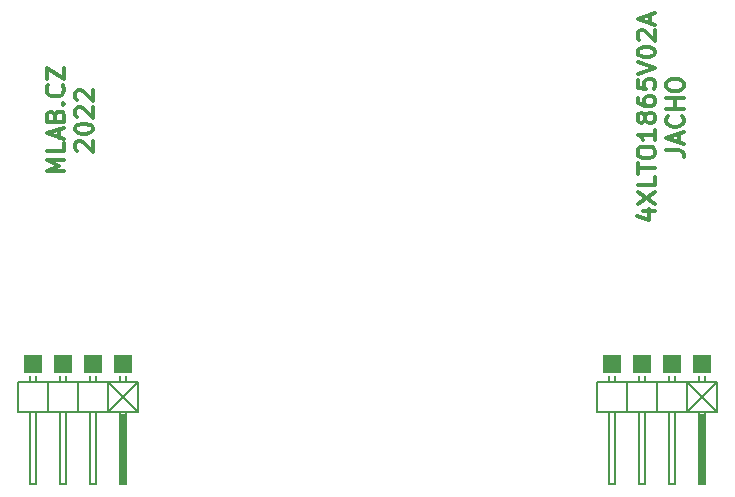
<source format=gbr>
%TF.GenerationSoftware,KiCad,Pcbnew,6.0.4-6f826c9f35~116~ubuntu20.04.1*%
%TF.CreationDate,2022-07-25T08:52:18+00:00*%
%TF.ProjectId,4XLTO1865V02A,34584c54-4f31-4383-9635-563032412e6b,rev?*%
%TF.SameCoordinates,Original*%
%TF.FileFunction,Legend,Top*%
%TF.FilePolarity,Positive*%
%FSLAX46Y46*%
G04 Gerber Fmt 4.6, Leading zero omitted, Abs format (unit mm)*
G04 Created by KiCad (PCBNEW 6.0.4-6f826c9f35~116~ubuntu20.04.1) date 2022-07-25 08:52:18*
%MOMM*%
%LPD*%
G01*
G04 APERTURE LIST*
%ADD10C,0.300000*%
%ADD11C,0.150000*%
%ADD12R,1.524000X1.524000*%
G04 APERTURE END LIST*
D10*
X4805071Y20824572D02*
X3305071Y20824572D01*
X4376500Y21324572D01*
X3305071Y21824572D01*
X4805071Y21824572D01*
X4805071Y23253143D02*
X4805071Y22538858D01*
X3305071Y22538858D01*
X4376500Y23681715D02*
X4376500Y24396000D01*
X4805071Y23538858D02*
X3305071Y24038858D01*
X4805071Y24538858D01*
X4019357Y25538858D02*
X4090785Y25753143D01*
X4162214Y25824572D01*
X4305071Y25896000D01*
X4519357Y25896000D01*
X4662214Y25824572D01*
X4733642Y25753143D01*
X4805071Y25610286D01*
X4805071Y25038858D01*
X3305071Y25038858D01*
X3305071Y25538858D01*
X3376500Y25681715D01*
X3447928Y25753143D01*
X3590785Y25824572D01*
X3733642Y25824572D01*
X3876500Y25753143D01*
X3947928Y25681715D01*
X4019357Y25538858D01*
X4019357Y25038858D01*
X4662214Y26538858D02*
X4733642Y26610286D01*
X4805071Y26538858D01*
X4733642Y26467429D01*
X4662214Y26538858D01*
X4805071Y26538858D01*
X4662214Y28110286D02*
X4733642Y28038858D01*
X4805071Y27824572D01*
X4805071Y27681715D01*
X4733642Y27467429D01*
X4590785Y27324572D01*
X4447928Y27253143D01*
X4162214Y27181715D01*
X3947928Y27181715D01*
X3662214Y27253143D01*
X3519357Y27324572D01*
X3376500Y27467429D01*
X3305071Y27681715D01*
X3305071Y27824572D01*
X3376500Y28038858D01*
X3447928Y28110286D01*
X3305071Y28610286D02*
X3305071Y29610286D01*
X4805071Y28610286D01*
X4805071Y29610286D01*
X5862928Y22574572D02*
X5791500Y22646000D01*
X5720071Y22788858D01*
X5720071Y23146000D01*
X5791500Y23288858D01*
X5862928Y23360286D01*
X6005785Y23431715D01*
X6148642Y23431715D01*
X6362928Y23360286D01*
X7220071Y22503143D01*
X7220071Y23431715D01*
X5720071Y24360286D02*
X5720071Y24503143D01*
X5791500Y24646000D01*
X5862928Y24717429D01*
X6005785Y24788858D01*
X6291500Y24860286D01*
X6648642Y24860286D01*
X6934357Y24788858D01*
X7077214Y24717429D01*
X7148642Y24646000D01*
X7220071Y24503143D01*
X7220071Y24360286D01*
X7148642Y24217429D01*
X7077214Y24146000D01*
X6934357Y24074572D01*
X6648642Y24003143D01*
X6291500Y24003143D01*
X6005785Y24074572D01*
X5862928Y24146000D01*
X5791500Y24217429D01*
X5720071Y24360286D01*
X5862928Y25431715D02*
X5791500Y25503143D01*
X5720071Y25646000D01*
X5720071Y26003143D01*
X5791500Y26146000D01*
X5862928Y26217429D01*
X6005785Y26288858D01*
X6148642Y26288858D01*
X6362928Y26217429D01*
X7220071Y25360286D01*
X7220071Y26288858D01*
X5862928Y26860286D02*
X5791500Y26931715D01*
X5720071Y27074572D01*
X5720071Y27431715D01*
X5791500Y27574572D01*
X5862928Y27646000D01*
X6005785Y27717429D01*
X6148642Y27717429D01*
X6362928Y27646000D01*
X7220071Y26788858D01*
X7220071Y27717429D01*
X53843071Y17435715D02*
X54843071Y17435715D01*
X53271642Y17078572D02*
X54343071Y16721429D01*
X54343071Y17650000D01*
X53343071Y18078572D02*
X54843071Y19078572D01*
X53343071Y19078572D02*
X54843071Y18078572D01*
X54843071Y20364286D02*
X54843071Y19650000D01*
X53343071Y19650000D01*
X53343071Y20650000D02*
X53343071Y21507143D01*
X54843071Y21078572D02*
X53343071Y21078572D01*
X53343071Y22292858D02*
X53343071Y22578572D01*
X53414500Y22721429D01*
X53557357Y22864286D01*
X53843071Y22935715D01*
X54343071Y22935715D01*
X54628785Y22864286D01*
X54771642Y22721429D01*
X54843071Y22578572D01*
X54843071Y22292858D01*
X54771642Y22150000D01*
X54628785Y22007143D01*
X54343071Y21935715D01*
X53843071Y21935715D01*
X53557357Y22007143D01*
X53414500Y22150000D01*
X53343071Y22292858D01*
X54843071Y24364286D02*
X54843071Y23507143D01*
X54843071Y23935715D02*
X53343071Y23935715D01*
X53557357Y23792858D01*
X53700214Y23650000D01*
X53771642Y23507143D01*
X53985928Y25221429D02*
X53914500Y25078572D01*
X53843071Y25007143D01*
X53700214Y24935715D01*
X53628785Y24935715D01*
X53485928Y25007143D01*
X53414500Y25078572D01*
X53343071Y25221429D01*
X53343071Y25507143D01*
X53414500Y25650000D01*
X53485928Y25721429D01*
X53628785Y25792858D01*
X53700214Y25792858D01*
X53843071Y25721429D01*
X53914500Y25650000D01*
X53985928Y25507143D01*
X53985928Y25221429D01*
X54057357Y25078572D01*
X54128785Y25007143D01*
X54271642Y24935715D01*
X54557357Y24935715D01*
X54700214Y25007143D01*
X54771642Y25078572D01*
X54843071Y25221429D01*
X54843071Y25507143D01*
X54771642Y25650000D01*
X54700214Y25721429D01*
X54557357Y25792858D01*
X54271642Y25792858D01*
X54128785Y25721429D01*
X54057357Y25650000D01*
X53985928Y25507143D01*
X53343071Y27078572D02*
X53343071Y26792858D01*
X53414500Y26650000D01*
X53485928Y26578572D01*
X53700214Y26435715D01*
X53985928Y26364286D01*
X54557357Y26364286D01*
X54700214Y26435715D01*
X54771642Y26507143D01*
X54843071Y26650000D01*
X54843071Y26935715D01*
X54771642Y27078572D01*
X54700214Y27150000D01*
X54557357Y27221429D01*
X54200214Y27221429D01*
X54057357Y27150000D01*
X53985928Y27078572D01*
X53914500Y26935715D01*
X53914500Y26650000D01*
X53985928Y26507143D01*
X54057357Y26435715D01*
X54200214Y26364286D01*
X53343071Y28578572D02*
X53343071Y27864286D01*
X54057357Y27792858D01*
X53985928Y27864286D01*
X53914500Y28007143D01*
X53914500Y28364286D01*
X53985928Y28507143D01*
X54057357Y28578572D01*
X54200214Y28650000D01*
X54557357Y28650000D01*
X54700214Y28578572D01*
X54771642Y28507143D01*
X54843071Y28364286D01*
X54843071Y28007143D01*
X54771642Y27864286D01*
X54700214Y27792858D01*
X53343071Y29078572D02*
X54843071Y29578572D01*
X53343071Y30078572D01*
X53343071Y30864286D02*
X53343071Y31007143D01*
X53414500Y31150000D01*
X53485928Y31221429D01*
X53628785Y31292858D01*
X53914500Y31364286D01*
X54271642Y31364286D01*
X54557357Y31292858D01*
X54700214Y31221429D01*
X54771642Y31150000D01*
X54843071Y31007143D01*
X54843071Y30864286D01*
X54771642Y30721429D01*
X54700214Y30650000D01*
X54557357Y30578572D01*
X54271642Y30507143D01*
X53914500Y30507143D01*
X53628785Y30578572D01*
X53485928Y30650000D01*
X53414500Y30721429D01*
X53343071Y30864286D01*
X53485928Y31935715D02*
X53414500Y32007143D01*
X53343071Y32150000D01*
X53343071Y32507143D01*
X53414500Y32650000D01*
X53485928Y32721429D01*
X53628785Y32792858D01*
X53771642Y32792858D01*
X53985928Y32721429D01*
X54843071Y31864286D01*
X54843071Y32792858D01*
X54414500Y33364286D02*
X54414500Y34078572D01*
X54843071Y33221429D02*
X53343071Y33721429D01*
X54843071Y34221429D01*
X55758071Y22650000D02*
X56829500Y22650000D01*
X57043785Y22578572D01*
X57186642Y22435715D01*
X57258071Y22221429D01*
X57258071Y22078572D01*
X56829500Y23292858D02*
X56829500Y24007143D01*
X57258071Y23150000D02*
X55758071Y23650000D01*
X57258071Y24150000D01*
X57115214Y25507143D02*
X57186642Y25435715D01*
X57258071Y25221429D01*
X57258071Y25078572D01*
X57186642Y24864286D01*
X57043785Y24721429D01*
X56900928Y24650000D01*
X56615214Y24578572D01*
X56400928Y24578572D01*
X56115214Y24650000D01*
X55972357Y24721429D01*
X55829500Y24864286D01*
X55758071Y25078572D01*
X55758071Y25221429D01*
X55829500Y25435715D01*
X55900928Y25507143D01*
X57258071Y26150000D02*
X55758071Y26150000D01*
X56472357Y26150000D02*
X56472357Y27007143D01*
X57258071Y27007143D02*
X55758071Y27007143D01*
X55758071Y28007143D02*
X55758071Y28292858D01*
X55829500Y28435715D01*
X55972357Y28578572D01*
X56258071Y28650000D01*
X56758071Y28650000D01*
X57043785Y28578572D01*
X57186642Y28435715D01*
X57258071Y28292858D01*
X57258071Y28007143D01*
X57186642Y27864286D01*
X57043785Y27721429D01*
X56758071Y27650000D01*
X56258071Y27650000D01*
X55972357Y27721429D01*
X55829500Y27864286D01*
X55758071Y28007143D01*
D11*
%TO.C,J2*%
X8540000Y436000D02*
X11080000Y436000D01*
X6000000Y436000D02*
X8540000Y436000D01*
X920000Y436000D02*
X3460000Y436000D01*
X11080000Y2976000D02*
X11080000Y436000D01*
X4476000Y-5660000D02*
X4476000Y436000D01*
X6000000Y2976000D02*
X6000000Y436000D01*
X920000Y2976000D02*
X920000Y436000D01*
X7524000Y2976000D02*
X7524000Y3484000D01*
X8540000Y436000D02*
X11080000Y2976000D01*
X9556000Y2976000D02*
X9556000Y3484000D01*
X4476000Y2976000D02*
X4476000Y3484000D01*
X7016000Y-5660000D02*
X7016000Y436000D01*
X9556000Y-5660000D02*
X9556000Y436000D01*
X8540000Y2976000D02*
X8540000Y436000D01*
X7016000Y2976000D02*
X7016000Y3484000D01*
X2444000Y-5660000D02*
X1936000Y-5660000D01*
X3460000Y2976000D02*
X3460000Y436000D01*
X1936000Y-5660000D02*
X1936000Y436000D01*
X9937000Y-5533000D02*
X9683000Y-5533000D01*
X8540000Y2976000D02*
X8540000Y436000D01*
X4984000Y2976000D02*
X4984000Y3484000D01*
X3460000Y2976000D02*
X920000Y2976000D01*
X1936000Y2976000D02*
X1936000Y3484000D01*
X9810000Y309000D02*
X9810000Y-5533000D01*
X3460000Y436000D02*
X6000000Y436000D01*
X10064000Y2976000D02*
X10064000Y3484000D01*
X2444000Y2976000D02*
X2444000Y3484000D01*
X9683000Y-5533000D02*
X9683000Y309000D01*
X10064000Y436000D02*
X10064000Y-5660000D01*
X4984000Y436000D02*
X4984000Y-5660000D01*
X8540000Y2976000D02*
X6000000Y2976000D01*
X4984000Y-5660000D02*
X4476000Y-5660000D01*
X6000000Y2976000D02*
X6000000Y436000D01*
X11080000Y436000D02*
X8540000Y2976000D01*
X2444000Y436000D02*
X2444000Y-5660000D01*
X10064000Y-5660000D02*
X9556000Y-5660000D01*
X3460000Y2976000D02*
X3460000Y436000D01*
X11080000Y2976000D02*
X8540000Y2976000D01*
X9937000Y309000D02*
X9937000Y-5533000D01*
X7524000Y436000D02*
X7524000Y-5660000D01*
X6000000Y2976000D02*
X3460000Y2976000D01*
X7524000Y-5660000D02*
X7016000Y-5660000D01*
%TO.C,J3*%
X52420000Y2976000D02*
X52420000Y436000D01*
X52420000Y436000D02*
X54960000Y436000D01*
X55976000Y2976000D02*
X55976000Y3484000D01*
X53436000Y2976000D02*
X53436000Y3484000D01*
X58897000Y-5533000D02*
X58643000Y-5533000D01*
X49880000Y2976000D02*
X49880000Y436000D01*
X58516000Y2976000D02*
X58516000Y3484000D01*
X60040000Y2976000D02*
X57500000Y2976000D01*
X60040000Y436000D02*
X57500000Y2976000D01*
X57500000Y436000D02*
X60040000Y2976000D01*
X52420000Y2976000D02*
X52420000Y436000D01*
X56484000Y2976000D02*
X56484000Y3484000D01*
X57500000Y436000D02*
X60040000Y436000D01*
X54960000Y436000D02*
X57500000Y436000D01*
X54960000Y2976000D02*
X54960000Y436000D01*
X58643000Y-5533000D02*
X58643000Y309000D01*
X55976000Y-5660000D02*
X55976000Y436000D01*
X58897000Y309000D02*
X58897000Y-5533000D01*
X52420000Y2976000D02*
X49880000Y2976000D01*
X56484000Y436000D02*
X56484000Y-5660000D01*
X53944000Y-5660000D02*
X53436000Y-5660000D01*
X57500000Y2976000D02*
X57500000Y436000D01*
X53944000Y436000D02*
X53944000Y-5660000D01*
X59024000Y2976000D02*
X59024000Y3484000D01*
X60040000Y2976000D02*
X60040000Y436000D01*
X51404000Y-5660000D02*
X50896000Y-5660000D01*
X49880000Y436000D02*
X52420000Y436000D01*
X57500000Y2976000D02*
X54960000Y2976000D01*
X54960000Y2976000D02*
X54960000Y436000D01*
X57500000Y2976000D02*
X57500000Y436000D01*
X53944000Y2976000D02*
X53944000Y3484000D01*
X53436000Y-5660000D02*
X53436000Y436000D01*
X50896000Y-5660000D02*
X50896000Y436000D01*
X58770000Y309000D02*
X58770000Y-5533000D01*
X51404000Y436000D02*
X51404000Y-5660000D01*
X59024000Y-5660000D02*
X58516000Y-5660000D01*
X56484000Y-5660000D02*
X55976000Y-5660000D01*
X51404000Y2976000D02*
X51404000Y3484000D01*
X58516000Y-5660000D02*
X58516000Y436000D01*
X50896000Y2976000D02*
X50896000Y3484000D01*
X54960000Y2976000D02*
X52420000Y2976000D01*
X59024000Y436000D02*
X59024000Y-5660000D01*
%TD*%
D12*
%TO.C,J2*%
X9810000Y4500000D03*
X7270000Y4500000D03*
X4730000Y4500000D03*
X2190000Y4500000D03*
%TD*%
%TO.C,J3*%
X58770000Y4500000D03*
X56230000Y4500000D03*
X53690000Y4500000D03*
X51150000Y4500000D03*
%TD*%
M02*

</source>
